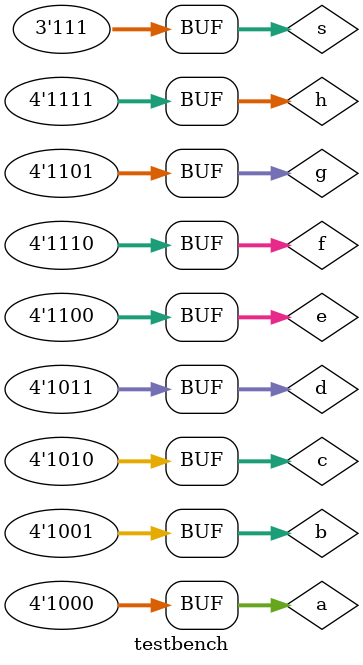
<source format=v>
`timescale 1ns / 1ps


module testbench();
    
    reg [2:0]s; 
    reg [3:0]a, b, c, d, e, f, g, h;
    wire [3:0]o;

mux uut(.A(a),.B(b),.C(c),.D(d),.E(e),.F(f),.G(g),.H(h),.S(s),.O(o));

initial
    begin
        a = 4'h1; b=4'h2;c=4'h3;d=4'h4;e=4'h5;g=4'h6;f=4'h7;h=4'h8;s=3'b000; 
        #50
        a = 4'h8; b=4'h9;c=4'ha;d=4'hb;e=4'hc;g=4'hd;f=4'he;h=4'hf;s=3'b001; 
        #50
        a = 4'h8; b=4'h9;c=4'ha;d=4'hb;e=4'hc;g=4'hd;f=4'he;h=4'hf;s=3'b010; 
        #50
        a = 4'h8; b=4'h9;c=4'ha;d=4'hb;e=4'hc;g=4'hd;f=4'he;h=4'hf;s=3'b011; 
        #50
        a = 4'h8; b=4'h9;c=4'ha;d=4'hb;e=4'hc;g=4'hd;f=4'he;h=4'hf;s=3'b100; 
        #50
        a = 4'h8; b=4'h9;c=4'ha;d=4'hb;e=4'hc;g=4'hd;f=4'he;h=4'hf;s=3'b101; 
        #50
        a = 4'h8; b=4'h9;c=4'ha;d=4'hb;e=4'hc;g=4'hd;f=4'he;h=4'hf;s=3'b110; 
        #50
        a = 4'h8; b=4'h9;c=4'ha;d=4'hb;e=4'hc;g=4'hd;f=4'he;h=4'hf;s=3'b111; 
    end
endmodule

</source>
